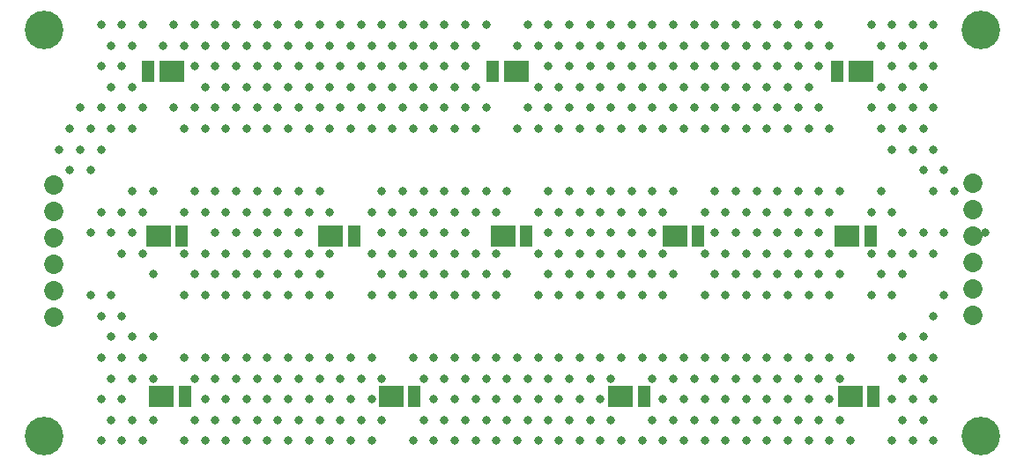
<source format=gts>
G04*
G04 #@! TF.GenerationSoftware,Altium Limited,Altium Designer,25.3.3 (18)*
G04*
G04 Layer_Color=8388736*
%FSLAX44Y44*%
%MOMM*%
G71*
G04*
G04 #@! TF.SameCoordinates,1FD36998-6F79-4F76-A579-B8A6C8C858E4*
G04*
G04*
G04 #@! TF.FilePolarity,Negative*
G04*
G01*
G75*
%ADD15R,1.3032X2.0032*%
%ADD16R,2.4032X2.0032*%
%ADD17C,1.8532*%
%ADD18C,3.7032*%
%ADD19C,0.8032*%
D15*
X150646Y395000D02*
D03*
X812466D02*
D03*
X182580Y237160D02*
D03*
X185580Y83060D02*
D03*
X348035Y237160D02*
D03*
X406187Y83060D02*
D03*
X481556Y395000D02*
D03*
X513490Y237160D02*
D03*
X626793Y83060D02*
D03*
X678945Y237160D02*
D03*
X844400D02*
D03*
X847400Y83060D02*
D03*
D16*
X173046Y395000D02*
D03*
X834866D02*
D03*
X160180Y237160D02*
D03*
X163180Y83060D02*
D03*
X325635Y237160D02*
D03*
X383787Y83060D02*
D03*
X503956Y395000D02*
D03*
X491090Y237160D02*
D03*
X604393Y83060D02*
D03*
X656545Y237160D02*
D03*
X822000D02*
D03*
X825000Y83060D02*
D03*
D17*
X60000Y286200D02*
D03*
Y260800D02*
D03*
Y235400D02*
D03*
Y210000D02*
D03*
Y184600D02*
D03*
Y159200D02*
D03*
X942500Y287500D02*
D03*
Y262100D02*
D03*
Y236700D02*
D03*
Y211300D02*
D03*
Y185900D02*
D03*
Y160500D02*
D03*
D18*
X950000Y435000D02*
D03*
X50000D02*
D03*
Y45000D02*
D03*
X950000D02*
D03*
D19*
X815001Y280000D02*
D03*
X805001Y260000D02*
D03*
Y220000D02*
D03*
X815001Y200000D02*
D03*
X805001Y180000D02*
D03*
X795001Y280000D02*
D03*
X785001Y260000D02*
D03*
X795001Y240000D02*
D03*
X785001Y220000D02*
D03*
X795001Y200000D02*
D03*
X785001Y180000D02*
D03*
X775001Y280000D02*
D03*
X765001Y260000D02*
D03*
X775001Y240000D02*
D03*
X765001Y220000D02*
D03*
X775001Y200000D02*
D03*
X765001Y180000D02*
D03*
X755001Y280000D02*
D03*
X745001Y260000D02*
D03*
X755001Y240000D02*
D03*
X745001Y220000D02*
D03*
X755001Y200000D02*
D03*
X745001Y180000D02*
D03*
X735001Y280000D02*
D03*
X725001Y260000D02*
D03*
X735001Y240000D02*
D03*
X725001Y220000D02*
D03*
X735001Y200000D02*
D03*
X725001Y180000D02*
D03*
X715001Y280000D02*
D03*
X705001Y260000D02*
D03*
X715001Y240000D02*
D03*
X705001Y220000D02*
D03*
X715001Y200000D02*
D03*
X705001Y180000D02*
D03*
X695001Y280000D02*
D03*
X685001Y260000D02*
D03*
X695001Y240000D02*
D03*
X685001Y220000D02*
D03*
X695001Y200000D02*
D03*
X685001Y180000D02*
D03*
X655001Y280000D02*
D03*
X645001Y260000D02*
D03*
Y220000D02*
D03*
X655001Y200000D02*
D03*
X645001Y180000D02*
D03*
X635000Y280000D02*
D03*
X625000Y260000D02*
D03*
X635000Y240000D02*
D03*
X625000Y220000D02*
D03*
X635000Y200000D02*
D03*
X625000Y180000D02*
D03*
X615000Y280000D02*
D03*
X605000Y260000D02*
D03*
X615000Y240000D02*
D03*
X605000Y220000D02*
D03*
X615000Y200000D02*
D03*
X605000Y180000D02*
D03*
X595000Y280000D02*
D03*
X585000Y260000D02*
D03*
X595000Y240000D02*
D03*
X585000Y220000D02*
D03*
X595000Y200000D02*
D03*
X585000Y180000D02*
D03*
X575000Y280000D02*
D03*
X565000Y260000D02*
D03*
X575000Y240000D02*
D03*
X565000Y220000D02*
D03*
X575000Y200000D02*
D03*
X565000Y180000D02*
D03*
X555000Y280000D02*
D03*
X545000Y260000D02*
D03*
X555000Y240000D02*
D03*
X545000Y220000D02*
D03*
X555000Y200000D02*
D03*
X545000Y180000D02*
D03*
X535000Y280000D02*
D03*
X525000Y260000D02*
D03*
X535000Y240000D02*
D03*
X525000Y220000D02*
D03*
X535000Y200000D02*
D03*
X525000Y180000D02*
D03*
X495000Y280000D02*
D03*
X485000Y260000D02*
D03*
Y220000D02*
D03*
X495000Y200000D02*
D03*
X485000Y180000D02*
D03*
X475000Y280000D02*
D03*
X465000Y260000D02*
D03*
Y220000D02*
D03*
X475000Y200000D02*
D03*
X465000Y180000D02*
D03*
X455000Y280000D02*
D03*
X445000Y260000D02*
D03*
X455000Y240000D02*
D03*
X445000Y220000D02*
D03*
X455000Y200000D02*
D03*
X445000Y180000D02*
D03*
X435000Y280000D02*
D03*
X425000Y260000D02*
D03*
X435000Y240000D02*
D03*
X425000Y220000D02*
D03*
X435000Y200000D02*
D03*
X425000Y180000D02*
D03*
X415000Y280000D02*
D03*
X405000Y260000D02*
D03*
X415000Y240000D02*
D03*
X405000Y220000D02*
D03*
X415000Y200000D02*
D03*
X405000Y180000D02*
D03*
X395000Y280000D02*
D03*
X385000Y260000D02*
D03*
X395000Y240000D02*
D03*
X385000Y220000D02*
D03*
X395000Y200000D02*
D03*
X385000Y180000D02*
D03*
X375000Y280000D02*
D03*
X365000Y260000D02*
D03*
X375000Y240000D02*
D03*
X365000Y220000D02*
D03*
X375000Y200000D02*
D03*
X365000Y180000D02*
D03*
X325000Y260000D02*
D03*
Y220000D02*
D03*
Y180000D02*
D03*
X315000Y280000D02*
D03*
X305000Y260000D02*
D03*
Y220000D02*
D03*
X315000Y200000D02*
D03*
X305000Y180000D02*
D03*
X295000Y280000D02*
D03*
X285000Y260000D02*
D03*
X295000Y240000D02*
D03*
X285000Y220000D02*
D03*
X295000Y200000D02*
D03*
X285000Y180000D02*
D03*
X275000Y280000D02*
D03*
X265000Y260000D02*
D03*
X275000Y240000D02*
D03*
X265000Y220000D02*
D03*
X275000Y200000D02*
D03*
X265000Y180000D02*
D03*
X255000Y280000D02*
D03*
X245000Y260000D02*
D03*
X255000Y240000D02*
D03*
X245000Y220000D02*
D03*
X255000Y200000D02*
D03*
X245000Y180000D02*
D03*
X235000Y280000D02*
D03*
X225000Y260000D02*
D03*
X235000Y240000D02*
D03*
X225000Y220000D02*
D03*
X235000Y200000D02*
D03*
X225000Y180000D02*
D03*
X215000Y280000D02*
D03*
X205000Y260000D02*
D03*
X215000Y240000D02*
D03*
X205000Y220000D02*
D03*
X215000Y200000D02*
D03*
X205000Y180000D02*
D03*
X195000Y280000D02*
D03*
X185000Y260000D02*
D03*
Y220000D02*
D03*
X195000Y200000D02*
D03*
X185000Y180000D02*
D03*
X955001Y240000D02*
D03*
X915001D02*
D03*
X905001Y220000D02*
D03*
X895001Y240000D02*
D03*
X885001Y220000D02*
D03*
X865001Y260000D02*
D03*
X875001Y240000D02*
D03*
X865001Y220000D02*
D03*
X875001Y200000D02*
D03*
X865001Y180000D02*
D03*
X855001Y280000D02*
D03*
X845001Y260000D02*
D03*
Y220000D02*
D03*
X855001Y200000D02*
D03*
X845001Y180000D02*
D03*
X155000Y280000D02*
D03*
X145000Y260000D02*
D03*
Y220000D02*
D03*
X155000Y200000D02*
D03*
X135000Y280000D02*
D03*
X125000Y260000D02*
D03*
X135000Y240000D02*
D03*
X125000Y220000D02*
D03*
X105000Y260000D02*
D03*
X115000Y240000D02*
D03*
X95000D02*
D03*
X915001Y180000D02*
D03*
X905001Y160000D02*
D03*
Y120000D02*
D03*
Y80000D02*
D03*
Y40000D02*
D03*
X895001Y140000D02*
D03*
X885001Y120000D02*
D03*
X895001Y100000D02*
D03*
X885001Y80000D02*
D03*
X895001Y60000D02*
D03*
X885001Y40000D02*
D03*
X875001Y140000D02*
D03*
X865001Y120000D02*
D03*
X875001Y100000D02*
D03*
X865001Y80000D02*
D03*
X875001Y60000D02*
D03*
X865001Y40000D02*
D03*
X825001Y120000D02*
D03*
Y40000D02*
D03*
X805001Y120000D02*
D03*
X815001Y100000D02*
D03*
X805001Y80000D02*
D03*
X815001Y60000D02*
D03*
X805001Y40000D02*
D03*
X785001Y120000D02*
D03*
X795001Y100000D02*
D03*
X785001Y80000D02*
D03*
X795001Y60000D02*
D03*
X785001Y40000D02*
D03*
X765001Y120000D02*
D03*
X775001Y100000D02*
D03*
X765001Y80000D02*
D03*
X775001Y60000D02*
D03*
X765001Y40000D02*
D03*
X745001Y120000D02*
D03*
X755001Y100000D02*
D03*
X745001Y80000D02*
D03*
X755001Y60000D02*
D03*
X745001Y40000D02*
D03*
X725001Y120000D02*
D03*
X735001Y100000D02*
D03*
X725001Y80000D02*
D03*
X735001Y60000D02*
D03*
X725001Y40000D02*
D03*
X705001Y120000D02*
D03*
X715001Y100000D02*
D03*
X705001Y80000D02*
D03*
X715001Y60000D02*
D03*
X705001Y40000D02*
D03*
X685001Y120000D02*
D03*
X695001Y100000D02*
D03*
X685001Y80000D02*
D03*
X695001Y60000D02*
D03*
X685001Y40000D02*
D03*
X665001Y120000D02*
D03*
X675001Y100000D02*
D03*
X665001Y80000D02*
D03*
X675001Y60000D02*
D03*
X665001Y40000D02*
D03*
X645001Y120000D02*
D03*
X655001Y100000D02*
D03*
X645001Y80000D02*
D03*
X655001Y60000D02*
D03*
X645001Y40000D02*
D03*
X625000Y120000D02*
D03*
X635000Y100000D02*
D03*
Y60000D02*
D03*
X625000Y40000D02*
D03*
X605000Y120000D02*
D03*
Y40000D02*
D03*
X585000Y120000D02*
D03*
X595000Y100000D02*
D03*
X585000Y80000D02*
D03*
X595000Y60000D02*
D03*
X585000Y40000D02*
D03*
X565000Y120000D02*
D03*
X575000Y100000D02*
D03*
X565000Y80000D02*
D03*
X575000Y60000D02*
D03*
X565000Y40000D02*
D03*
X545000Y120000D02*
D03*
X555000Y100000D02*
D03*
X545000Y80000D02*
D03*
X555000Y60000D02*
D03*
X545000Y40000D02*
D03*
X525000Y120000D02*
D03*
X535000Y100000D02*
D03*
X525000Y80000D02*
D03*
X535000Y60000D02*
D03*
X525000Y40000D02*
D03*
X505000Y120000D02*
D03*
X515000Y100000D02*
D03*
X505000Y80000D02*
D03*
X515000Y60000D02*
D03*
X505000Y40000D02*
D03*
X485000Y120000D02*
D03*
X495000Y100000D02*
D03*
X485000Y80000D02*
D03*
X495000Y60000D02*
D03*
X485000Y40000D02*
D03*
X465000Y120000D02*
D03*
X475000Y100000D02*
D03*
X465000Y80000D02*
D03*
X475000Y60000D02*
D03*
X465000Y40000D02*
D03*
X445000Y120000D02*
D03*
X455000Y100000D02*
D03*
X445000Y80000D02*
D03*
X455000Y60000D02*
D03*
X445000Y40000D02*
D03*
X425000Y120000D02*
D03*
X435000Y100000D02*
D03*
X425000Y80000D02*
D03*
X435000Y60000D02*
D03*
X425000Y40000D02*
D03*
X405000Y120000D02*
D03*
X415000Y100000D02*
D03*
Y60000D02*
D03*
X405000Y40000D02*
D03*
X365000Y120000D02*
D03*
X375000Y100000D02*
D03*
X365000Y80000D02*
D03*
X375000Y60000D02*
D03*
X365000Y40000D02*
D03*
X345000Y120000D02*
D03*
X355000Y100000D02*
D03*
X345000Y80000D02*
D03*
X355000Y60000D02*
D03*
X345000Y40000D02*
D03*
X325000Y120000D02*
D03*
X335000Y100000D02*
D03*
X325000Y80000D02*
D03*
X335000Y60000D02*
D03*
X325000Y40000D02*
D03*
X305000Y120000D02*
D03*
X315000Y100000D02*
D03*
X305000Y80000D02*
D03*
X315000Y60000D02*
D03*
X305000Y40000D02*
D03*
X285000Y120000D02*
D03*
X295000Y100000D02*
D03*
X285000Y80000D02*
D03*
X295000Y60000D02*
D03*
X285000Y40000D02*
D03*
X265000Y120000D02*
D03*
X275000Y100000D02*
D03*
X265000Y80000D02*
D03*
X275000Y60000D02*
D03*
X265000Y40000D02*
D03*
X245000Y120000D02*
D03*
X255000Y100000D02*
D03*
X245000Y80000D02*
D03*
X255000Y60000D02*
D03*
X245000Y40000D02*
D03*
X225000Y120000D02*
D03*
X235000Y100000D02*
D03*
X225000Y80000D02*
D03*
X235000Y60000D02*
D03*
X225000Y40000D02*
D03*
X205000Y120000D02*
D03*
X215000Y100000D02*
D03*
X205000Y80000D02*
D03*
X215000Y60000D02*
D03*
X205000Y40000D02*
D03*
X185000Y120000D02*
D03*
X195000Y100000D02*
D03*
Y60000D02*
D03*
X185000Y40000D02*
D03*
X155000Y140000D02*
D03*
X145000Y120000D02*
D03*
X155000Y100000D02*
D03*
Y60000D02*
D03*
X145000Y40000D02*
D03*
X125000Y160000D02*
D03*
X135000Y140000D02*
D03*
X125000Y120000D02*
D03*
X135000Y100000D02*
D03*
X125000Y80000D02*
D03*
X135000Y60000D02*
D03*
X125000Y40000D02*
D03*
X115000Y180000D02*
D03*
X105000Y160000D02*
D03*
X115000Y140000D02*
D03*
X105000Y120000D02*
D03*
X115000Y100000D02*
D03*
X105000Y80000D02*
D03*
X115000Y60000D02*
D03*
X105000Y40000D02*
D03*
X95000Y180000D02*
D03*
X925001Y280000D02*
D03*
X905001Y440000D02*
D03*
Y400000D02*
D03*
Y360000D02*
D03*
Y320000D02*
D03*
X915001Y300000D02*
D03*
X905001Y280000D02*
D03*
X885001Y440000D02*
D03*
X895001Y420000D02*
D03*
X885001Y400000D02*
D03*
X895001Y380000D02*
D03*
X885001Y360000D02*
D03*
X895001Y340000D02*
D03*
X885001Y320000D02*
D03*
X895001Y300000D02*
D03*
X865001Y440000D02*
D03*
X875001Y420000D02*
D03*
X865001Y400000D02*
D03*
X875001Y380000D02*
D03*
X865001Y360000D02*
D03*
X875001Y340000D02*
D03*
X865001Y320000D02*
D03*
X845001Y440000D02*
D03*
X855001Y420000D02*
D03*
Y380000D02*
D03*
X845001Y360000D02*
D03*
X855001Y340000D02*
D03*
X805001Y420000D02*
D03*
Y340000D02*
D03*
X795001Y440000D02*
D03*
X785001Y420000D02*
D03*
X795001Y400000D02*
D03*
X785001Y380000D02*
D03*
X795001Y360000D02*
D03*
X785001Y340000D02*
D03*
X775001Y440000D02*
D03*
X765001Y420000D02*
D03*
X775001Y400000D02*
D03*
X765001Y380000D02*
D03*
X775001Y360000D02*
D03*
X765001Y340000D02*
D03*
X755001Y440000D02*
D03*
X745001Y420000D02*
D03*
X755001Y400000D02*
D03*
X745001Y380000D02*
D03*
X755001Y360000D02*
D03*
X745001Y340000D02*
D03*
X735001Y440000D02*
D03*
X725001Y420000D02*
D03*
X735001Y400000D02*
D03*
X725001Y380000D02*
D03*
X735001Y360000D02*
D03*
X725001Y340000D02*
D03*
X715001Y440000D02*
D03*
X705001Y420000D02*
D03*
X715001Y400000D02*
D03*
X705001Y380000D02*
D03*
X715001Y360000D02*
D03*
X705001Y340000D02*
D03*
X695001Y440000D02*
D03*
X685001Y420000D02*
D03*
X695001Y400000D02*
D03*
X685001Y380000D02*
D03*
X695001Y360000D02*
D03*
X685001Y340000D02*
D03*
X675001Y440000D02*
D03*
X665001Y420000D02*
D03*
X675001Y400000D02*
D03*
X665001Y380000D02*
D03*
X675001Y360000D02*
D03*
X665001Y340000D02*
D03*
X655001Y440000D02*
D03*
X645001Y420000D02*
D03*
X655001Y400000D02*
D03*
X645001Y380000D02*
D03*
X655001Y360000D02*
D03*
X645001Y340000D02*
D03*
X635000Y440000D02*
D03*
X625000Y420000D02*
D03*
X635000Y400000D02*
D03*
X625000Y380000D02*
D03*
X635000Y360000D02*
D03*
X625000Y340000D02*
D03*
X615000Y440000D02*
D03*
X605000Y420000D02*
D03*
X615000Y400000D02*
D03*
X605000Y380000D02*
D03*
X615000Y360000D02*
D03*
X605000Y340000D02*
D03*
X595000Y440000D02*
D03*
X585000Y420000D02*
D03*
X595000Y400000D02*
D03*
X585000Y380000D02*
D03*
X595000Y360000D02*
D03*
X585000Y340000D02*
D03*
X575000Y440000D02*
D03*
X565000Y420000D02*
D03*
X575000Y400000D02*
D03*
X565000Y380000D02*
D03*
X575000Y360000D02*
D03*
X565000Y340000D02*
D03*
X555000Y440000D02*
D03*
X545000Y420000D02*
D03*
X555000Y400000D02*
D03*
X545000Y380000D02*
D03*
X555000Y360000D02*
D03*
X545000Y340000D02*
D03*
X535000Y440000D02*
D03*
X525000Y420000D02*
D03*
X535000Y400000D02*
D03*
X525000Y380000D02*
D03*
X535000Y360000D02*
D03*
X525000Y340000D02*
D03*
X515000Y440000D02*
D03*
X505000Y420000D02*
D03*
X515000Y360000D02*
D03*
X505000Y340000D02*
D03*
X145000Y440000D02*
D03*
Y360000D02*
D03*
X125000Y440000D02*
D03*
X135000Y420000D02*
D03*
X125000Y400000D02*
D03*
X135000Y380000D02*
D03*
X125000Y360000D02*
D03*
X135000Y340000D02*
D03*
X105000Y440000D02*
D03*
X115000Y420000D02*
D03*
X105000Y400000D02*
D03*
X115000Y380000D02*
D03*
X105000Y360000D02*
D03*
X115000Y340000D02*
D03*
X105000Y320000D02*
D03*
X85000Y360000D02*
D03*
X95000Y340000D02*
D03*
X85000Y320000D02*
D03*
X95000Y300000D02*
D03*
X75000Y340000D02*
D03*
X65000Y320000D02*
D03*
X75000Y300000D02*
D03*
X475000Y440000D02*
D03*
X465000Y420000D02*
D03*
Y380000D02*
D03*
X475000Y360000D02*
D03*
X465000Y340000D02*
D03*
X455000Y440000D02*
D03*
X445000Y420000D02*
D03*
X455000Y400000D02*
D03*
X445000Y380000D02*
D03*
X455000Y360000D02*
D03*
X445000Y340000D02*
D03*
X435000Y440000D02*
D03*
X425000Y420000D02*
D03*
X435000Y400000D02*
D03*
X425000Y380000D02*
D03*
X435000Y360000D02*
D03*
X425000Y340000D02*
D03*
X415000Y440000D02*
D03*
X405000Y420000D02*
D03*
X415000Y400000D02*
D03*
X405000Y380000D02*
D03*
X415000Y360000D02*
D03*
X405000Y340000D02*
D03*
X395000Y440000D02*
D03*
X385000Y420000D02*
D03*
X395000Y400000D02*
D03*
X385000Y380000D02*
D03*
X395000Y360000D02*
D03*
X385000Y340000D02*
D03*
X375000Y440000D02*
D03*
X365000Y420000D02*
D03*
X375000Y400000D02*
D03*
X365000Y380000D02*
D03*
X375000Y360000D02*
D03*
X365000Y340000D02*
D03*
X355000Y440000D02*
D03*
X345000Y420000D02*
D03*
X355000Y400000D02*
D03*
X345000Y380000D02*
D03*
X355000Y360000D02*
D03*
X345000Y340000D02*
D03*
X335000Y440000D02*
D03*
X325000Y420000D02*
D03*
X335000Y400000D02*
D03*
X325000Y380000D02*
D03*
X335000Y360000D02*
D03*
X325000Y340000D02*
D03*
X315000Y440000D02*
D03*
X305000Y420000D02*
D03*
X315000Y400000D02*
D03*
X305000Y380000D02*
D03*
X315000Y360000D02*
D03*
X305000Y340000D02*
D03*
X295000Y440000D02*
D03*
X285000Y420000D02*
D03*
X295000Y400000D02*
D03*
X285000Y380000D02*
D03*
X295000Y360000D02*
D03*
X285000Y340000D02*
D03*
X275000Y440000D02*
D03*
X265000Y420000D02*
D03*
X275000Y400000D02*
D03*
X265000Y380000D02*
D03*
X275000Y360000D02*
D03*
X265000Y340000D02*
D03*
X255000Y440000D02*
D03*
X245000Y420000D02*
D03*
X255000Y400000D02*
D03*
X245000Y380000D02*
D03*
X255000Y360000D02*
D03*
X245000Y340000D02*
D03*
X235000Y440000D02*
D03*
X225000Y420000D02*
D03*
X235000Y400000D02*
D03*
X225000Y380000D02*
D03*
X235000Y360000D02*
D03*
X225000Y340000D02*
D03*
X215000Y440000D02*
D03*
X205000Y420000D02*
D03*
X215000Y400000D02*
D03*
X205000Y380000D02*
D03*
X215000Y360000D02*
D03*
X205000Y340000D02*
D03*
X195000Y440000D02*
D03*
X185000Y420000D02*
D03*
X195000Y400000D02*
D03*
Y360000D02*
D03*
X185000Y340000D02*
D03*
X175000Y440000D02*
D03*
X165000Y420000D02*
D03*
X175000Y360000D02*
D03*
M02*

</source>
